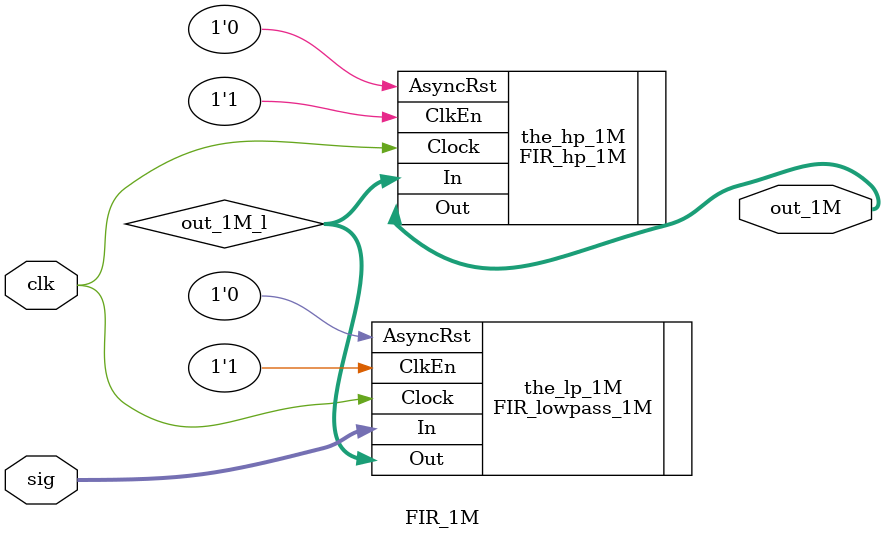
<source format=v>

module FIR_1M(
	input clk,
 	input signed [7:0] sig,
	output  signed [7:0] out_1M
);


wire signed [7:0] out_1M_l;
FIR_lowpass_1M the_lp_1M
(
    .Clock(clk),
    .ClkEn(1'b1),
    .AsyncRst(1'b0),
    .In(sig),
    .Out(out_1M_l)
);
FIR_hp_1M the_hp_1M
(
    .Clock(clk),
    .ClkEn(1'b1),
    .AsyncRst(1'b0),
    .In(out_1M_l),
    .Out(out_1M)
);


endmodule 

</source>
